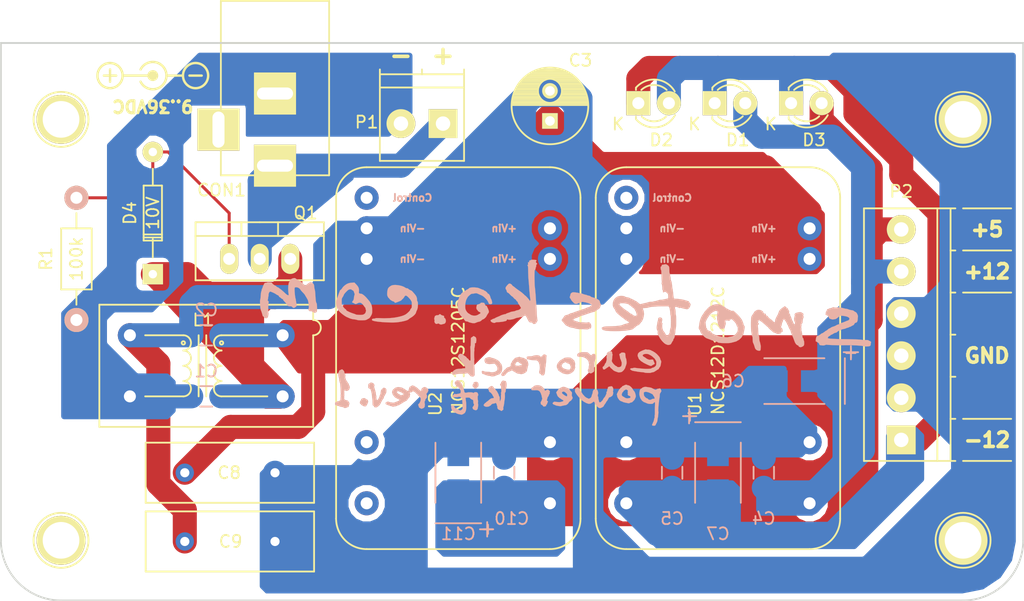
<source format=kicad_pcb>
(kicad_pcb (version 4) (host pcbnew 4.0.4-stable)
  (layers (0 F.Cu signal) (31 B.Cu signal) (34 B.Paste user) (35 F.Paste user) (36 B.SilkS user) (37 F.SilkS user) (38 B.Mask user) (39 F.Mask user) (44 Edge.Cuts user))
  (net 0 "")
  (net 1 "Net-(C1-Pad1)")
  (net 2 "Net-(C1-Pad2)")
  (net 3 +12VA)
  (net 4 GND)
  (net 5 -12VA)
  (net 6 +5VA)
  (net 7 "Net-(CON1-Pad3)")
  (net 8 "Net-(U1-Pad1)")
  (net 9 "Net-(U2-Pad1)")
  (net 10 "Net-(C2-Pad2)")
  (net 11 "Net-(CON1-Pad1)")
  (net 12 "Net-(D4-Pad2)")
  (net 13 "Net-(C2-Pad1)")
  (module smotesko:Murata_NCS12_DC-DC (layer F.Cu) (at 134.62 115.57 270)
    (fp_text reference U1 (at 4.445 1.905 450) (layer F.SilkS))
    (fp_text value NCS12D1212C (at 0 0 270) (layer F.SilkS))
    (fp_text user -Vin (at -10.16 3.81 360) (layer B.SilkS) (effects (font (size 0.6 0.6)) (justify mirror)))
    (fp_text user Control (at -12.7 3.81 360) (layer B.SilkS) (effects (font (size 0.6 0.6)) (justify mirror)))
    (fp_text user -Vin (at -7.62 3.81 360) (layer B.SilkS) (effects (font (size 0.6 0.6)) (justify mirror)))
    (fp_text user +Vin (at -7.62 -3.81 360) (layer B.SilkS) (effects (font (size 0.6 0.6)) (justify mirror)))
    (fp_text user +Vin (at -10.16 -3.81 360) (layer B.SilkS) (effects (font (size 0.6 0.6)) (justify mirror)))
    (pad 22 thru_hole circle (at -7.62 -7.62 270) (size 2 2) (drill 1) (layers *.Cu *.Mask) (net 13 "Net-(C2-Pad1)"))
    (pad 23 thru_hole circle (at -10.16 -7.62 270) (size 2 2) (drill 1) (layers *.Cu *.Mask) (net 13 "Net-(C2-Pad1)"))
    (pad 3 thru_hole circle (at -7.62 7.62 270) (size 2 2) (drill 1) (layers *.Cu *.Mask) (net 10 "Net-(C2-Pad2)"))
    (pad 2 thru_hole circle (at -10.16 7.62 270) (size 2 2) (drill 1) (layers *.Cu *.Mask) (net 10 "Net-(C2-Pad2)"))
    (pad 1 thru_hole circle (at -12.7 7.62 270) (size 2 2) (drill 1) (layers *.Cu *.Mask) (net 8 "Net-(U1-Pad1)"))
    (pad 16 thru_hole circle (at 7.62 -7.62 270) (size 2 2) (drill 1) (layers *.Cu *.Mask) (net 4 GND))
    (pad 14 thru_hole circle (at 12.7 -7.62 270) (size 2 2) (drill 1) (layers *.Cu *.Mask) (net 3 +12VA))
    (pad 9 thru_hole circle (at 7.62 7.62 270) (size 2 2) (drill 1) (layers *.Cu *.Mask) (net 4 GND))
    (pad 11 thru_hole circle (at 12.7 7.62 270) (size 2 2) (drill 1) (layers *.Cu *.Mask) (net 5 -12VA))
  )
  (module Connect:1pin (layer F.Cu) (at 155 131.35)
    (fp_text reference REF** hide)
    (fp_text value 1pin)
    (pad 1 thru_hole circle (at 0 0) (size 4.064 4.064) (drill 3.048) (layers *.Cu *.Mask F.SilkS) (net 4 GND))
  )
  (module Connect:1pin (layer F.Cu) (at 80 131.35)
    (fp_text reference REF** hide)
    (fp_text value 1pin)
    (pad 1 thru_hole circle (at 0 0) (size 4.064 4.064) (drill 3.048) (layers *.Cu *.Mask F.SilkS))
  )
  (module Connect:1pin (layer F.Cu) (at 155 96.35)
    (fp_text reference REF** hide)
    (fp_text value 1pin)
    (pad 1 thru_hole circle (at 0 0) (size 4.064 4.064) (drill 3.048) (layers *.Cu *.Mask F.SilkS) (net 4 GND))
  )
  (module Capacitors_ThroughHole:C_Radial_D6.3_L11.2_P2.5 (layer F.Cu) (at 120.65 96.48 90)
    (fp_text reference C3 (at 5.04 2.54 180) (layer F.SilkS))
    (fp_text value 47)
    (pad 2 thru_hole circle (at 2.5 0 90) (size 1.3 1.3) (drill 0.8) (layers *.Cu *.Mask F.SilkS) (net 10 "Net-(C2-Pad2)"))
    (pad 1 thru_hole rect (at 0 0 90) (size 1.3 1.3) (drill 0.8) (layers *.Cu *.Mask F.SilkS) (net 13 "Net-(C2-Pad1)"))
  )
  (module Capacitors_Tantalum_SMD:TantalC_SizeB_EIA-3528_HandSoldering (layer B.Cu) (at 140.97 118.11 180)
    (fp_text reference C6 (at 5.08 0 360) (layer B.SilkS) (effects (justify mirror)))
    (fp_text value 10)
    (fp_text user + (at -4.70154 2.4003 180) (layer B.SilkS) (effects (justify mirror)))
    (pad 2 smd rect (at 2.12598 0 180) (size 3.1496 1.80086) (layers B.Cu B.Paste B.Mask) (net 4 GND))
    (pad 1 smd rect (at -2.12598 0 180) (size 3.1496 1.80086) (layers B.Cu B.Paste B.Mask) (net 3 +12VA))
  )
  (module Capacitors_Tantalum_SMD:TantalC_SizeB_EIA-3528_HandSoldering (layer B.Cu) (at 134.62 125.73 270)
    (fp_text reference C7 (at 5.08 0 360) (layer B.SilkS) (effects (justify mirror)))
    (fp_text value 10)
    (fp_text user + (at -4.70154 2.4003 270) (layer B.SilkS) (effects (justify mirror)))
    (pad 2 smd rect (at 2.12598 0 270) (size 3.1496 1.80086) (layers B.Cu B.Paste B.Mask) (net 5 -12VA))
    (pad 1 smd rect (at -2.12598 0 270) (size 3.1496 1.80086) (layers B.Cu B.Paste B.Mask) (net 4 GND))
  )
  (module smotesko:CAP_TH_Radial_15x5_7.5mm (layer F.Cu) (at 90.29 125.73)
    (fp_text reference C8 (at 3.69 0 180) (layer F.SilkS))
    (fp_text value 0.01)
    (pad 1 thru_hole circle (at 0 0) (size 1.524 1.524) (drill 0.762) (layers *.Cu *.Mask) (net 13 "Net-(C2-Pad1)"))
    (pad 2 thru_hole circle (at 7.5 0) (size 1.524 1.524) (drill 0.762) (layers *.Cu *.Mask) (net 4 GND))
  )
  (module smotesko:CAP_TH_Radial_15x5_7.5mm (layer F.Cu) (at 90.29 131.445)
    (fp_text reference C9 (at 3.81 0 180) (layer F.SilkS))
    (fp_text value 0.01)
    (pad 1 thru_hole circle (at 0 0) (size 1.524 1.524) (drill 0.762) (layers *.Cu *.Mask) (net 10 "Net-(C2-Pad2)"))
    (pad 2 thru_hole circle (at 7.5 0) (size 1.524 1.524) (drill 0.762) (layers *.Cu *.Mask) (net 4 GND))
  )
  (module Capacitors_Tantalum_SMD:TantalC_SizeB_EIA-3528_HandSoldering (layer B.Cu) (at 113.03 125.73 90)
    (fp_text reference C11 (at -5.08 0 180) (layer B.SilkS) (effects (justify mirror)))
    (fp_text value 10)
    (fp_text user + (at -4.70154 2.4003 90) (layer B.SilkS) (effects (justify mirror)))
    (pad 2 smd rect (at 2.12598 0 90) (size 3.1496 1.80086) (layers B.Cu B.Paste B.Mask) (net 4 GND))
    (pad 1 smd rect (at -2.12598 0 90) (size 3.1496 1.80086) (layers B.Cu B.Paste B.Mask) (net 6 +5VA))
  )
  (module Connect:BARREL_JACK (layer F.Cu) (at 97.79 94 270)
    (fp_text reference CON1 (at 8.235 4.445 360) (layer F.SilkS))
    (fp_text value CON-SOCJ-2155)
    (pad 1 thru_hole rect (at 6.20014 0 270) (size 3.50012 3.50012) (drill oval 1.00076 2.99974) (layers *.Cu *.Mask F.SilkS) (net 11 "Net-(CON1-Pad1)"))
    (pad 2 thru_hole rect (at 0.20066 0 270) (size 3.50012 3.50012) (drill oval 1.00076 2.99974) (layers *.Cu *.Mask F.SilkS) (net 2 "Net-(C1-Pad2)"))
    (pad 3 thru_hole rect (at 3.2004 4.699 270) (size 3.50012 3.50012) (drill oval 2.99974 1.00076) (layers *.Cu *.Mask F.SilkS) (net 7 "Net-(CON1-Pad3)"))
  )
  (module LEDs:LED-3MM (layer F.Cu) (at 134.35 95)
    (fp_text reference D1 (at 1.91 3.06) (layer F.SilkS))
    (fp_text value HLMP-1641)
    (fp_text user K (at -1.69 1.74) (layer F.SilkS))
    (pad 1 thru_hole rect (at 0 0 90) (size 2 2) (drill 1.00076) (layers *.Cu *.Mask F.SilkS) (net 4 GND))
    (pad 2 thru_hole circle (at 2.54 0) (size 2 2) (drill 1.00076) (layers *.Cu *.Mask F.SilkS) (net 3 +12VA))
  )
  (module LEDs:LED-3MM (layer F.Cu) (at 128 95)
    (fp_text reference D2 (at 1.91 3.06) (layer F.SilkS))
    (fp_text value HLMP-1641)
    (fp_text user K (at -1.69 1.74) (layer F.SilkS))
    (pad 1 thru_hole rect (at 0 0 90) (size 2 2) (drill 1.00076) (layers *.Cu *.Mask F.SilkS) (net 5 -12VA))
    (pad 2 thru_hole circle (at 2.54 0) (size 2 2) (drill 1.00076) (layers *.Cu *.Mask F.SilkS) (net 4 GND))
  )
  (module LEDs:LED-3MM (layer F.Cu) (at 140.7 95)
    (fp_text reference D3 (at 1.91 3.06) (layer F.SilkS))
    (fp_text value HLMP-1600)
    (fp_text user K (at -1.69 1.74) (layer F.SilkS))
    (pad 1 thru_hole rect (at 0 0 90) (size 2 2) (drill 1.00076) (layers *.Cu *.Mask F.SilkS) (net 4 GND))
    (pad 2 thru_hole circle (at 2.54 0) (size 2 2) (drill 1.00076) (layers *.Cu *.Mask F.SilkS) (net 6 +5VA))
  )
  (module smotesko:Murata_NCS12_DC-DC (layer F.Cu) (at 113.03 115.57 270)
    (fp_text reference U2 (at 4.445 1.905 450) (layer F.SilkS))
    (fp_text value NCS12S1205C (at 0 0 270) (layer F.SilkS))
    (fp_text user -Vin (at -10.16 3.81 360) (layer B.SilkS) (effects (font (size 0.6 0.6)) (justify mirror)))
    (fp_text user Control (at -12.7 3.81 360) (layer B.SilkS) (effects (font (size 0.6 0.6)) (justify mirror)))
    (fp_text user -Vin (at -7.62 3.81 360) (layer B.SilkS) (effects (font (size 0.6 0.6)) (justify mirror)))
    (fp_text user +Vin (at -7.62 -3.81 360) (layer B.SilkS) (effects (font (size 0.6 0.6)) (justify mirror)))
    (fp_text user +Vin (at -10.16 -3.81 360) (layer B.SilkS) (effects (font (size 0.6 0.6)) (justify mirror)))
    (pad 22 thru_hole circle (at -7.62 -7.62 270) (size 2 2) (drill 1) (layers *.Cu *.Mask) (net 13 "Net-(C2-Pad1)"))
    (pad 23 thru_hole circle (at -10.16 -7.62 270) (size 2 2) (drill 1) (layers *.Cu *.Mask) (net 13 "Net-(C2-Pad1)"))
    (pad 3 thru_hole circle (at -7.62 7.62 270) (size 2 2) (drill 1) (layers *.Cu *.Mask) (net 10 "Net-(C2-Pad2)"))
    (pad 2 thru_hole circle (at -10.16 7.62 270) (size 2 2) (drill 1) (layers *.Cu *.Mask) (net 10 "Net-(C2-Pad2)"))
    (pad 1 thru_hole circle (at -12.7 7.62 270) (size 2 2) (drill 1) (layers *.Cu *.Mask) (net 9 "Net-(U2-Pad1)"))
    (pad 16 thru_hole circle (at 7.62 -7.62 270) (size 2 2) (drill 1) (layers *.Cu *.Mask) (net 4 GND))
    (pad 14 thru_hole circle (at 12.7 -7.62 270) (size 2 2) (drill 1) (layers *.Cu *.Mask) (net 6 +5VA))
    (pad 9 thru_hole circle (at 7.62 7.62 270) (size 2 2) (drill 1) (layers *.Cu *.Mask))
    (pad 11 thru_hole circle (at 12.7 7.62 270) (size 2 2) (drill 1) (layers *.Cu *.Mask))
  )
  (module Capacitors_SMD:C_0805_HandSoldering (layer B.Cu) (at 92.075 119.38 180)
    (fp_text reference C1 (at 0 2.1 180) (layer B.SilkS) (effects (justify mirror)))
    (fp_text value 1)
    (pad 1 smd rect (at -1.25 0 180) (size 1.5 1.25) (layers B.Cu B.Paste B.Mask) (net 1 "Net-(C1-Pad1)"))
    (pad 2 smd rect (at 1.25 0 180) (size 1.5 1.25) (layers B.Cu B.Paste B.Mask) (net 2 "Net-(C1-Pad2)"))
  )
  (module Capacitors_SMD:C_0805_HandSoldering (layer B.Cu) (at 92.075 114.3 180)
    (fp_text reference C2 (at 0 2.1 180) (layer B.SilkS) (effects (justify mirror)))
    (fp_text value 1)
    (pad 1 smd rect (at -1.25 0 180) (size 1.5 1.25) (layers B.Cu B.Paste B.Mask) (net 13 "Net-(C2-Pad1)"))
    (pad 2 smd rect (at 1.25 0 180) (size 1.5 1.25) (layers B.Cu B.Paste B.Mask) (net 10 "Net-(C2-Pad2)"))
  )
  (module Capacitors_SMD:C_0805_HandSoldering (layer B.Cu) (at 138.43 125.73 90)
    (fp_text reference C4 (at -3.81 0 180) (layer B.SilkS) (effects (justify mirror)))
    (fp_text value 1)
    (pad 1 smd rect (at -1.25 0 90) (size 1.5 1.25) (layers B.Cu B.Paste B.Mask) (net 3 +12VA))
    (pad 2 smd rect (at 1.25 0 90) (size 1.5 1.25) (layers B.Cu B.Paste B.Mask) (net 4 GND))
  )
  (module Capacitors_SMD:C_0805_HandSoldering (layer B.Cu) (at 130.81 125.73 90)
    (fp_text reference C5 (at -3.81 0 180) (layer B.SilkS) (effects (justify mirror)))
    (fp_text value 1)
    (pad 1 smd rect (at -1.25 0 90) (size 1.5 1.25) (layers B.Cu B.Paste B.Mask) (net 5 -12VA))
    (pad 2 smd rect (at 1.25 0 90) (size 1.5 1.25) (layers B.Cu B.Paste B.Mask) (net 4 GND))
  )
  (module Capacitors_SMD:C_0805_HandSoldering (layer B.Cu) (at 116.84 125.73 90)
    (fp_text reference C10 (at -3.81 0.635 180) (layer B.SilkS) (effects (justify mirror)))
    (fp_text value 1)
    (pad 1 smd rect (at -1.25 0 90) (size 1.5 1.25) (layers B.Cu B.Paste B.Mask) (net 6 +5VA))
    (pad 2 smd rect (at 1.25 0 90) (size 1.5 1.25) (layers B.Cu B.Paste B.Mask) (net 4 GND))
  )
  (module Terminal_Blocks:TerminalBlock_Pheonix_PT-3.5mm_2pol (layer F.Cu) (at 111.76 96.7 180)
    (fp_text reference P1 (at 6.35 0.115 180) (layer F.SilkS))
    (fp_text value 1984617)
    (pad 2 thru_hole circle (at 3.5 0 180) (size 2.4 2.4) (drill 1.2) (layers *.Cu *.Mask F.SilkS) (net 2 "Net-(C1-Pad2)"))
    (pad 1 thru_hole rect (at 0 0 180) (size 2.4 2.4) (drill 1.2) (layers *.Cu *.Mask F.SilkS) (net 11 "Net-(CON1-Pad1)"))
  )
  (module Terminal_Blocks:TerminalBlock_Pheonix_PT-3.5mm_6pol (layer F.Cu) (at 149.86 123 90)
    (fp_text reference P2 (at 20.66 0 180) (layer F.SilkS))
    (fp_text value 1984659)
    (pad 2 thru_hole circle (at 3.5 0 90) (size 2.4 2.4) (drill 1.2) (layers *.Cu *.Mask F.SilkS) (net 4 GND))
    (pad 1 thru_hole rect (at 0 0 90) (size 2.4 2.4) (drill 1.2) (layers *.Cu *.Mask F.SilkS) (net 5 -12VA))
    (pad 3 thru_hole circle (at 7 0 90) (size 2.4 2.4) (drill 1.2) (layers *.Cu *.Mask F.SilkS) (net 4 GND))
    (pad 4 thru_hole circle (at 10.5 0 90) (size 2.4 2.4) (drill 1.2) (layers *.Cu *.Mask F.SilkS) (net 4 GND))
    (pad 5 thru_hole circle (at 14 0 90) (size 2.4 2.4) (drill 1.2) (layers *.Cu *.Mask F.SilkS) (net 3 +12VA))
    (pad 6 thru_hole circle (at 17.5 0 90) (size 2.4 2.4) (drill 1.2) (layers *.Cu *.Mask F.SilkS) (net 6 +5VA))
  )
  (module Connect:1pin (layer F.Cu) (at 80 96.35)
    (fp_text reference REF** hide)
    (fp_text value 1pin)
    (pad 1 thru_hole circle (at 0 0) (size 4.064 4.064) (drill 3.048) (layers *.Cu *.Mask F.SilkS))
  )
  (module Diodes_ThroughHole:Diode_DO-35_SOD27_Horizontal_RM10 (layer F.Cu) (at 87.63254 109.22052 90)
    (fp_text reference D4 (at 5.08052 -1.90754 270) (layer F.SilkS))
    (fp_text value 1N5240BTR)
    (pad 2 thru_hole circle (at 10.16052 -0.00254 270) (size 1.69926 1.69926) (drill 0.70104) (layers *.Cu *.Mask F.SilkS) (net 12 "Net-(D4-Pad2)"))
    (pad 1 thru_hole rect (at 0.00052 -0.00254 270) (size 1.69926 1.69926) (drill 0.70104) (layers *.Cu *.Mask F.SilkS) (net 1 "Net-(C1-Pad1)"))
  )
  (module TO_SOT_Packages_THT:TO-220_Neutral123_Vertical (layer F.Cu) (at 96.52 107.95)
    (fp_text reference Q1 (at 3.81 -3.81) (layer F.SilkS))
    (fp_text value IRF4905PBF)
    (pad 2 thru_hole oval (at 0 0 90) (size 2.49936 1.50114) (drill 1.00076) (layers *.Cu *.Mask F.SilkS) (net 11 "Net-(CON1-Pad1)"))
    (pad 1 thru_hole oval (at -2.54 0 90) (size 2.49936 1.50114) (drill 1.00076) (layers *.Cu *.Mask F.SilkS) (net 12 "Net-(D4-Pad2)"))
    (pad 3 thru_hole oval (at 2.54 0 90) (size 2.49936 1.50114) (drill 1.00076) (layers *.Cu *.Mask F.SilkS) (net 1 "Net-(C1-Pad1)"))
  )
  (module Resistors_ThroughHole:Resistor_Horizontal_RM10mm (layer F.Cu) (at 81.28 102.87 270)
    (fp_text reference R1 (at 5.08 2.54 450) (layer F.SilkS))
    (fp_text value 100k (at 5.08 0 270) (layer F.SilkS))
    (pad 1 thru_hole circle (at 0 0 270) (size 1.99898 1.99898) (drill 1.00076) (layers *.Cu *.SilkS *.Mask) (net 12 "Net-(D4-Pad2)"))
    (pad 2 thru_hole circle (at 10.16 0 270) (size 1.99898 1.99898) (drill 1.00076) (layers *.Cu *.SilkS *.Mask) (net 2 "Net-(C1-Pad2)"))
  )
  (module smotesko:text_smotesko.com (layer B.Cu) (at 121.92 111.76 180)
    (fp_text reference G*** hide)
    (fp_text value LOGO hide)
  )
  (module smotesko:text-powerkit (layer B.Cu) (at 121.285 118.11 180)
    (fp_text reference G*** hide)
    (fp_text value LOGO hide)
  )
  (module smotesko:text_rev1 (layer B.Cu) (at 106.68 118.745 180)
    (fp_text reference G*** hide)
    (fp_text value LOGO hide)
  )
  (module smotesko:Murata_inductor_5100_series (layer F.Cu) (at 98.425 114.3 180)
    (fp_text reference L1 (at 6.604 1.27 360) (layer F.SilkS))
    (fp_text value 51105C)
    (pad 1 thru_hole circle (at 0 0 180) (size 2 2) (drill 1) (layers *.Cu *.Mask) (net 13 "Net-(C2-Pad1)"))
    (pad 2 thru_hole circle (at 12.7 0 180) (size 2 2) (drill 1) (layers *.Cu *.Mask) (net 10 "Net-(C2-Pad2)"))
    (pad 3 thru_hole circle (at 12.7 -5.08 180) (size 2 2) (drill 1) (layers *.Cu *.Mask) (net 2 "Net-(C1-Pad2)"))
    (pad 4 thru_hole circle (at 0 -5.08 180) (size 2 2) (drill 1) (layers *.Cu *.Mask) (net 1 "Net-(C1-Pad1)"))
  )
  (gr_text 10V (at 87.63 104.14 90) (layer F.SilkS) (effects (font (size 1 1))))
  (gr_text 9..36VDC (at 87.63 95.25 180) (layer F.SilkS) (effects (font (size 1 1) (thickness 0.25))))
  (gr_line (start 90.043 92.71) (end 88.773 92.71) (layer F.SilkS) (width 0.2))
  (gr_line (start 87.63 92.71) (end 85.217 92.71) (layer F.SilkS) (width 0.2))
  (gr_line (start 90.678 92.71) (end 91.694 92.71) (layer F.SilkS) (width 0.2))
  (gr_line (start 83.566 92.71) (end 84.582 92.71) (layer F.SilkS) (width 0.2))
  (gr_line (start 84.074 92.202) (end 84.074 93.218) (layer F.SilkS) (width 0.2))
  (gr_circle (center 84.074 92.71) (end 84.328 93.726) (layer F.SilkS) (width 0.2))
  (gr_circle (center 91.186 92.71) (end 90.932 93.726) (layer F.SilkS) (width 0.2))
  (gr_arc (start 87.63 92.71) (end 86.614 92.202) (angle 306.8698976) (layer F.SilkS) (width 0.2))
  (gr_circle (center 87.63 92.71) (end 87.63 92.964) (layer F.SilkS) (width 0.4))
  (gr_text - (at 108.26 91) (layer F.SilkS) (effects (font (size 1.5 1.5) (thickness 0.3))))
  (gr_text + (at 111.76 91) (layer F.SilkS) (effects (font (size 1.5 1.5) (thickness 0.3))))
  (gr_text +5 (at 157 105.5) (layer F.SilkS) (effects (font (size 1.2 1.2) (thickness 0.3))))
  (gr_text +12 (at 157 109) (layer F.SilkS) (effects (font (size 1.2 1.2) (thickness 0.3))))
  (gr_text GND (at 157 116) (layer F.SilkS) (effects (font (size 1.2 1.2) (thickness 0.3))))
  (gr_text -12 (at 157 123) (layer F.SilkS) (effects (font (size 1.2 1.2) (thickness 0.3))))
  (gr_line (start 155 103.75) (end 159 103.75) (layer F.SilkS) (width 0.15))
  (gr_line (start 155 107.25) (end 159 107.25) (layer F.SilkS) (width 0.15))
  (gr_line (start 155 110.75) (end 159 110.75) (layer F.SilkS) (width 0.15))
  (gr_line (start 155 121.25) (end 159 121.25) (layer F.SilkS) (width 0.15))
  (gr_line (start 155 124.75) (end 159 124.75) (layer F.SilkS) (width 0.15))
  (gr_arc (start 155 131.35) (end 160 131.35) (angle 90) (layer Edge.Cuts) (width 0.15))
  (gr_arc (start 80 131.35) (end 80 136.35) (angle 90) (layer Edge.Cuts) (width 0.15))
  (gr_line (start 80 136.35) (end 155 136.35) (layer Edge.Cuts) (width 0.15))
  (gr_line (start 160 90) (end 160 131.35) (layer Edge.Cuts) (width 0.15))
  (gr_line (start 75 90) (end 75 131.35) (layer Edge.Cuts) (width 0.15))
  (gr_line (start 75 90) (end 160 90) (layer Edge.Cuts) (width 0.15))
  (segment (start 97.79 111.125) (end 95.885 111.125) (width 2) (layer F.Cu) (net 1))
  (segment (start 95.885 111.125) (end 92.38463 111.125) (width 2) (layer F.Cu) (net 1))
  (segment (start 95.885 116.84) (end 95.885 111.125) (width 2) (layer F.Cu) (net 1))
  (segment (start 99.06 107.95) (end 99.06 109.855) (width 2) (layer F.Cu) (net 1))
  (segment (start 99.06 109.855) (end 97.79 111.125) (width 2) (layer F.Cu) (net 1))
  (segment (start 92.38463 111.125) (end 90.47963 109.22) (width 2) (layer F.Cu) (net 1))
  (segment (start 90.47963 109.22) (end 87.63 109.22) (width 2) (layer F.Cu) (net 1))
  (segment (start 93.325 119.38) (end 98.425 119.38) (width 2) (layer B.Cu) (net 1))
  (segment (start 98.425 119.38) (end 95.885 116.84) (width 2) (layer F.Cu) (net 1))
  (segment (start 85.09 98.566545) (end 85.09 109.22) (width 2) (layer B.Cu) (net 2))
  (segment (start 85.09 109.22) (end 81.28 113.03) (width 2) (layer B.Cu) (net 2))
  (segment (start 97.79 94.20066) (end 89.455885 94.20066) (width 2) (layer B.Cu) (net 2))
  (segment (start 89.455885 94.20066) (end 85.09 98.566545) (width 2) (layer B.Cu) (net 2))
  (segment (start 85.725 119.38) (end 90.825 119.38) (width 2) (layer B.Cu) (net 2))
  (segment (start 81.28 113.03) (end 81.28 114.935) (width 2) (layer B.Cu) (net 2))
  (segment (start 81.28 114.935) (end 85.725 119.38) (width 2) (layer B.Cu) (net 2))
  (segment (start 97.79 94.20066) (end 105.76066 94.20066) (width 2) (layer B.Cu) (net 2))
  (segment (start 105.76066 94.20066) (end 108.26 96.7) (width 2) (layer B.Cu) (net 2))
  (segment (start 136.89 95) (end 136.89 96.414213) (width 2) (layer B.Cu) (net 3))
  (segment (start 146.685 100.33) (end 146.685 109.855) (width 2) (layer B.Cu) (net 3))
  (segment (start 136.89 96.414213) (end 138.265787 97.79) (width 2) (layer B.Cu) (net 3))
  (segment (start 138.265787 97.79) (end 144.145 97.79) (width 2) (layer B.Cu) (net 3))
  (segment (start 144.145 97.79) (end 146.685 100.33) (width 2) (layer B.Cu) (net 3))
  (segment (start 146.685 109.855) (end 147.54 109) (width 2) (layer B.Cu) (net 3))
  (segment (start 147.54 109) (end 149.86 109) (width 2) (layer B.Cu) (net 3))
  (segment (start 146.685 112.175) (end 146.685 109.855) (width 2) (layer B.Cu) (net 3))
  (segment (start 146.67078 118.73078) (end 146.67078 112.18922) (width 2) (layer B.Cu) (net 3))
  (segment (start 146.67078 112.18922) (end 146.685 112.175) (width 2) (layer B.Cu) (net 3))
  (segment (start 142.24 128.27) (end 146.67078 123.83922) (width 2) (layer B.Cu) (net 3))
  (segment (start 146.67078 123.83922) (end 146.67078 118.73078) (width 2) (layer B.Cu) (net 3))
  (segment (start 146.67078 118.73078) (end 146.05 118.11) (width 2) (layer B.Cu) (net 3))
  (segment (start 146.05 118.11) (end 143.09598 118.11) (width 2) (layer B.Cu) (net 3))
  (segment (start 142.24 128.27) (end 139.72 128.27) (width 2) (layer B.Cu) (net 3))
  (segment (start 139.72 128.27) (end 138.43 126.98) (width 2) (layer B.Cu) (net 3))
  (segment (start 145.415 92.075) (end 140.97 92.075) (width 2) (layer B.Cu) (net 4))
  (segment (start 140.97 92.075) (end 134.62 92.075) (width 2) (layer B.Cu) (net 4))
  (segment (start 140.7 95) (end 140.7 92.345) (width 2) (layer B.Cu) (net 4))
  (segment (start 140.7 92.345) (end 140.97 92.075) (width 2) (layer B.Cu) (net 4))
  (segment (start 134.62 92.075) (end 131.445 92.075) (width 2) (layer B.Cu) (net 4))
  (segment (start 134.35 95) (end 134.35 92.345) (width 2) (layer B.Cu) (net 4))
  (segment (start 134.35 92.345) (end 134.62 92.075) (width 2) (layer B.Cu) (net 4))
  (segment (start 155 96.35) (end 151.449999 92.799999) (width 2) (layer B.Cu) (net 4))
  (segment (start 151.449999 92.799999) (end 146.139999 92.799999) (width 2) (layer B.Cu) (net 4))
  (segment (start 131.445 92.075) (end 130.54 92.98) (width 2) (layer B.Cu) (net 4))
  (segment (start 146.139999 92.799999) (end 145.415 92.075) (width 2) (layer B.Cu) (net 4))
  (segment (start 130.54 92.98) (end 130.54 95) (width 2) (layer B.Cu) (net 4))
  (segment (start 128.905 134.62) (end 108.966002 134.62) (width 2) (layer B.Cu) (net 4))
  (segment (start 108.966002 134.62) (end 106.553001 132.206999) (width 2) (layer B.Cu) (net 4))
  (segment (start 155 96.35) (end 155 119.38) (width 2) (layer B.Cu) (net 4))
  (segment (start 155 119.38) (end 155 131.35) (width 2) (layer B.Cu) (net 4))
  (segment (start 149.86 119.5) (end 154.88 119.5) (width 2) (layer B.Cu) (net 4))
  (segment (start 154.88 119.5) (end 155 119.38) (width 2) (layer B.Cu) (net 4))
  (segment (start 128.905 134.62) (end 151.73 134.62) (width 2) (layer B.Cu) (net 4))
  (segment (start 151.73 134.62) (end 155 131.35) (width 2) (layer B.Cu) (net 4))
  (segment (start 123.825 129.54) (end 128.905 134.62) (width 2) (layer B.Cu) (net 4))
  (segment (start 123.825 123.19) (end 120.65 123.19) (width 2) (layer B.Cu) (net 4))
  (segment (start 123.825 123.19) (end 123.825 129.54) (width 2) (layer B.Cu) (net 4))
  (segment (start 127 123.19) (end 123.825 123.19) (width 2) (layer B.Cu) (net 4))
  (segment (start 109.22 121.92) (end 111.125 120.015) (width 2) (layer B.Cu) (net 4))
  (segment (start 111.125 120.015) (end 113.03 120.015) (width 2) (layer B.Cu) (net 4))
  (segment (start 109.22 129.54) (end 109.22 121.92) (width 2) (layer B.Cu) (net 4))
  (segment (start 106.553001 132.206999) (end 109.22 129.54) (width 2) (layer B.Cu) (net 4))
  (segment (start 97.79 131.445) (end 98.551999 132.206999) (width 2) (layer B.Cu) (net 4))
  (segment (start 98.551999 132.206999) (end 106.553001 132.206999) (width 2) (layer B.Cu) (net 4))
  (segment (start 97.79 125.73) (end 97.79 131.445) (width 2) (layer B.Cu) (net 4))
  (segment (start 116.84 124.48) (end 116.84 120.65) (width 2) (layer B.Cu) (net 4))
  (segment (start 116.84 120.65) (end 117.475 120.015) (width 2) (layer B.Cu) (net 4))
  (segment (start 113.03 120.015) (end 113.03 123.60402) (width 2) (layer B.Cu) (net 4))
  (segment (start 117.475 120.015) (end 113.03 120.015) (width 2) (layer B.Cu) (net 4))
  (segment (start 120.65 123.19) (end 117.475 120.015) (width 2) (layer B.Cu) (net 4))
  (segment (start 149.86 116) (end 149.86 119.5) (width 2) (layer B.Cu) (net 4))
  (segment (start 149.86 112.5) (end 149.86 116) (width 2) (layer B.Cu) (net 4))
  (segment (start 131.445 122.555) (end 133.15696 120.84304) (width 2) (layer B.Cu) (net 4))
  (segment (start 133.15696 120.84304) (end 135.06196 120.84304) (width 2) (layer B.Cu) (net 4))
  (segment (start 130.81 122.555) (end 131.445 122.555) (width 2) (layer B.Cu) (net 4))
  (segment (start 130.81 124.48) (end 130.81 122.555) (width 2) (layer B.Cu) (net 4))
  (segment (start 130.81 122.555) (end 127.635 122.555) (width 2) (layer B.Cu) (net 4))
  (segment (start 127.635 122.555) (end 127 123.19) (width 2) (layer B.Cu) (net 4))
  (segment (start 134.62 121.285) (end 135.06196 120.84304) (width 2) (layer B.Cu) (net 4))
  (segment (start 135.06196 120.84304) (end 138.43 120.84304) (width 2) (layer B.Cu) (net 4))
  (segment (start 134.62 123.60402) (end 134.62 121.285) (width 2) (layer B.Cu) (net 4))
  (segment (start 138.43 124.48) (end 138.43 120.84304) (width 2) (layer B.Cu) (net 4))
  (segment (start 138.43 120.84304) (end 138.84402 120.42902) (width 2) (layer B.Cu) (net 4))
  (segment (start 138.84402 120.42902) (end 139.47902 120.42902) (width 2) (layer B.Cu) (net 4))
  (segment (start 139.47902 120.42902) (end 142.24 123.19) (width 2) (layer B.Cu) (net 4))
  (segment (start 138.84402 118.11) (end 138.84402 120.42902) (width 2) (layer B.Cu) (net 4))
  (segment (start 138.43 124.355) (end 138.43 124.48) (width 0.25) (layer B.Cu) (net 4))
  (segment (start 130.81 124.48) (end 130.81 124.355) (width 0.25) (layer B.Cu) (net 4))
  (segment (start 134.62 130.81) (end 130.81 130.81) (width 2) (layer B.Cu) (net 5))
  (segment (start 130.81 130.81) (end 129.54 130.81) (width 2) (layer B.Cu) (net 5))
  (segment (start 130.81 126.98) (end 130.81 130.81) (width 2) (layer B.Cu) (net 5))
  (segment (start 144.145 130.81) (end 134.62 130.81) (width 2) (layer B.Cu) (net 5))
  (segment (start 134.62 127.85598) (end 134.62 130.81) (width 2) (layer B.Cu) (net 5))
  (segment (start 149.86 123) (end 149.86 125.095) (width 2) (layer B.Cu) (net 5))
  (segment (start 149.86 125.095) (end 144.145 130.81) (width 2) (layer B.Cu) (net 5))
  (segment (start 129.54 130.81) (end 127 128.27) (width 2) (layer B.Cu) (net 5))
  (segment (start 128 95) (end 128 92.98) (width 2) (layer F.Cu) (net 5))
  (segment (start 128 92.98) (end 128.905 92.075) (width 2) (layer F.Cu) (net 5))
  (segment (start 128.905 92.075) (end 144.145 92.075) (width 2) (layer F.Cu) (net 5))
  (segment (start 151.32 123) (end 149.86 123) (width 2) (layer F.Cu) (net 5))
  (segment (start 144.145 92.075) (end 146.05 93.98) (width 2) (layer F.Cu) (net 5))
  (segment (start 146.05 93.98) (end 146.05 95.885) (width 2) (layer F.Cu) (net 5))
  (segment (start 146.05 95.885) (end 149.86 99.695) (width 2) (layer F.Cu) (net 5))
  (segment (start 149.86 99.695) (end 149.86 100.965) (width 2) (layer F.Cu) (net 5))
  (segment (start 153.035 104.14) (end 153.035 121.285) (width 2) (layer F.Cu) (net 5))
  (segment (start 153.035 121.285) (end 151.32 123) (width 2) (layer F.Cu) (net 5))
  (segment (start 149.86 100.965) (end 153.035 104.14) (width 2) (layer F.Cu) (net 5))
  (segment (start 143.24 95) (end 143.24 96.414213) (width 2) (layer F.Cu) (net 6))
  (segment (start 143.24 96.414213) (end 147.32 100.494213) (width 2) (layer F.Cu) (net 6))
  (segment (start 147.32 100.494213) (end 147.32 106.342944) (width 2) (layer F.Cu) (net 6))
  (segment (start 149.86 105.5) (end 148.162944 105.5) (width 2) (layer F.Cu) (net 6))
  (segment (start 148.162944 105.5) (end 147.32 106.342944) (width 2) (layer F.Cu) (net 6))
  (segment (start 147.32 106.342944) (end 147.32 113.03) (width 2) (layer F.Cu) (net 6))
  (segment (start 147.32 113.03) (end 144.78 115.57) (width 2) (layer F.Cu) (net 6))
  (segment (start 124.46 124.46) (end 120.65 128.27) (width 2) (layer F.Cu) (net 6))
  (segment (start 144.78 115.57) (end 130.81 115.57) (width 2) (layer F.Cu) (net 6))
  (segment (start 130.81 115.57) (end 124.46 121.92) (width 2) (layer F.Cu) (net 6))
  (segment (start 124.46 121.92) (end 124.46 124.46) (width 2) (layer F.Cu) (net 6))
  (segment (start 116.84 126.98) (end 116.84 130.81) (width 2) (layer B.Cu) (net 6))
  (segment (start 116.84 130.81) (end 117.475 131.445) (width 2) (layer B.Cu) (net 6))
  (segment (start 120.65 128.27) (end 117.475 131.445) (width 2) (layer B.Cu) (net 6))
  (segment (start 117.475 131.445) (end 113.04422 131.445) (width 2) (layer B.Cu) (net 6))
  (segment (start 113.04422 131.445) (end 113.03 131.43078) (width 2) (layer B.Cu) (net 6))
  (segment (start 113.03 131.43078) (end 113.03 127.85598) (width 2) (layer B.Cu) (net 6))
  (segment (start 120.65 93.98) (end 122.555 93.98) (width 2) (layer B.Cu) (net 10))
  (segment (start 123.825 105.41) (end 125.585787 105.41) (width 2) (layer B.Cu) (net 10))
  (segment (start 122.555 93.98) (end 123.19 94.615) (width 2) (layer B.Cu) (net 10))
  (segment (start 123.19 94.615) (end 123.19 104.775) (width 2) (layer B.Cu) (net 10))
  (segment (start 123.19 104.775) (end 123.825 105.41) (width 2) (layer B.Cu) (net 10))
  (segment (start 125.585787 105.41) (end 127 105.41) (width 2) (layer B.Cu) (net 10))
  (segment (start 90.29 131.445) (end 90.29 128.841282) (width 2) (layer F.Cu) (net 10))
  (segment (start 90.29 128.841282) (end 88.089992 126.641274) (width 2) (layer F.Cu) (net 10))
  (segment (start 88.089992 126.641274) (end 88.089992 116.664992) (width 2) (layer F.Cu) (net 10))
  (segment (start 88.089992 116.664992) (end 85.725 114.3) (width 2) (layer F.Cu) (net 10))
  (segment (start 127 105.41) (end 127 107.95) (width 2) (layer B.Cu) (net 10))
  (segment (start 105.41 105.41) (end 107.610002 105.41) (width 2) (layer B.Cu) (net 10))
  (segment (start 107.610002 105.41) (end 119.040002 93.98) (width 2) (layer B.Cu) (net 10))
  (segment (start 119.040002 93.98) (end 119.730762 93.98) (width 2) (layer B.Cu) (net 10))
  (segment (start 119.730762 93.98) (end 120.65 93.98) (width 2) (layer B.Cu) (net 10))
  (segment (start 105.41 107.95) (end 105.41 105.41) (width 2) (layer B.Cu) (net 10))
  (segment (start 91.375 111.125) (end 102.235 111.125) (width 2) (layer B.Cu) (net 10))
  (segment (start 102.235 111.125) (end 105.41 107.95) (width 2) (layer B.Cu) (net 10))
  (segment (start 90.825 114.3) (end 90.825 111.675) (width 2) (layer B.Cu) (net 10))
  (segment (start 90.825 111.675) (end 91.375 111.125) (width 2) (layer B.Cu) (net 10))
  (segment (start 90.825 114.3) (end 85.725 114.3) (width 2) (layer B.Cu) (net 10))
  (segment (start 97.79 100.20014) (end 96.52 101.47014) (width 2) (layer B.Cu) (net 11))
  (segment (start 96.52 101.47014) (end 96.52 107.95) (width 2) (layer B.Cu) (net 11))
  (segment (start 111.76 96.7) (end 108.25986 100.20014) (width 2) (layer B.Cu) (net 11))
  (segment (start 108.25986 100.20014) (end 97.79 100.20014) (width 2) (layer B.Cu) (net 11))
  (segment (start 93.98 107.95) (end 93.98 104.14) (width 0.25) (layer F.Cu) (net 12))
  (segment (start 93.98 104.14) (end 88.9 99.06) (width 0.25) (layer F.Cu) (net 12))
  (segment (start 88.9 99.06) (end 87.63 99.06) (width 0.25) (layer F.Cu) (net 12))
  (segment (start 81.28 102.87) (end 85.725 102.87) (width 0.25) (layer F.Cu) (net 12))
  (segment (start 85.725 102.87) (end 87.63 100.965) (width 0.25) (layer F.Cu) (net 12))
  (segment (start 87.63 100.965) (end 87.63 99.06) (width 0.25) (layer F.Cu) (net 12))
  (segment (start 100.965 114.3) (end 100.965 120.65) (width 2) (layer F.Cu) (net 13))
  (segment (start 100.965 120.65) (end 99.695 121.92) (width 2) (layer F.Cu) (net 13))
  (segment (start 92.252001 123.767999) (end 90.29 125.73) (width 2) (layer F.Cu) (net 13))
  (segment (start 99.695 121.92) (end 94.1 121.92) (width 2) (layer F.Cu) (net 13))
  (segment (start 94.1 121.92) (end 92.252001 123.767999) (width 2) (layer F.Cu) (net 13))
  (segment (start 120.65 105.41) (end 120.65 100.33) (width 2) (layer F.Cu) (net 13))
  (segment (start 120.65 100.33) (end 120.65 96.48) (width 2) (layer F.Cu) (net 13))
  (segment (start 142.24 105.41) (end 142.24 103.995787) (width 2) (layer F.Cu) (net 13))
  (segment (start 142.24 103.995787) (end 138.574213 100.33) (width 2) (layer F.Cu) (net 13))
  (segment (start 138.574213 100.33) (end 120.65 100.33) (width 2) (layer F.Cu) (net 13))
  (segment (start 98.425 114.3) (end 100.965 114.3) (width 2) (layer F.Cu) (net 13))
  (segment (start 100.965 114.3) (end 114.3 114.3) (width 2) (layer F.Cu) (net 13))
  (segment (start 142.24 105.41) (end 142.24 107.95) (width 2) (layer F.Cu) (net 13))
  (segment (start 120.65 107.95) (end 120.65 105.41) (width 2) (layer F.Cu) (net 13))
  (segment (start 114.3 114.3) (end 120.65 107.95) (width 2) (layer F.Cu) (net 13))
  (segment (start 93.325 114.3) (end 98.425 114.3) (width 2) (layer B.Cu) (net 13))
  (segment (start 142.24 108.585) (end 142.24 107.95) (width 0.25) (layer B.Cu) (net 13))
  (zone (net 2) (net_name "Net-(C1-Pad2)") (layer B.Cu) (connect_pads yes (clearance 0.508)) (min_thickness 0.254) (fill yes (arc_segments 16) (thermal_gap 0.508) (thermal_bridge_width 0.508) (smoothing fillet) (radius 0.25))
    (polygon (pts (xy 109.22 95.885) (xy 107.315 97.79) (xy 90.805 97.79) (xy 90.17 98.425) (xy 90.17 109.855) (xy 87.63 112.395) (xy 84.455 112.395) (xy 83.82 113.03) (xy 83.82 114.935) (xy 86.36 117.475) (xy 88.9 117.475) (xy 89.535 118.11) (xy 89.535 120.65) (xy 88.9 121.285) (xy 80.01 121.285) (xy 80.01 112.395) (xy 83.82 108.585) (xy 83.82 98.425) (xy 91.44 90.805) (xy 109.22 90.805)))
  )
  (zone (net 11) (net_name "Net-(CON1-Pad1)") (layer B.Cu) (connect_pads yes (clearance 0.508)) (min_thickness 0.254) (fill yes (arc_segments 16) (thermal_gap 0.508) (thermal_bridge_width 0.508) (smoothing fillet) (radius 0.25))
    (polygon (pts (xy 104.775 100.965) (xy 97.155 107.315) (xy 95.885 107.315) (xy 95.885 100.965)))
  )
  (zone (net 1) (net_name "Net-(C1-Pad1)") (layer F.Cu) (connect_pads yes (clearance 0.508)) (min_thickness 0.254) (fill yes (arc_segments 16) (thermal_gap 0.508) (thermal_bridge_width 0.508))
    (polygon (pts (xy 87.63 109.855) (xy 99.695 109.855) (xy 96.52 113.03) (xy 96.52 116.205) (xy 98.425 118.11) (xy 98.425 120.65) (xy 97.155 120.65) (xy 86.995 109.855)))
  )
  (zone (net 13) (net_name "Net-(C2-Pad1)") (layer F.Cu) (connect_pads yes (clearance 0.508)) (min_thickness 0.254) (fill yes (arc_segments 16) (thermal_gap 0.508) (thermal_bridge_width 0.508) (smoothing fillet) (radius 0.25))
    (polygon (pts (xy 120.015 95.25) (xy 121.285 95.25) (xy 125.095 99.06) (xy 138.43 99.06) (xy 143.51 104.14) (xy 143.51 108.585) (xy 142.875 109.22) (xy 141.605 109.22) (xy 121.92 109.22) (xy 113.665 117.475) (xy 99.695 117.475) (xy 97.79 114.935) (xy 97.79 113.665) (xy 98.425 113.03) (xy 102.235 113.03)))
  )
  (zone (net 10) (net_name "Net-(C2-Pad2)") (layer B.Cu) (connect_pads yes (clearance 0.508)) (min_thickness 0.254) (fill yes (arc_segments 16) (thermal_gap 0.508) (thermal_bridge_width 0.508) (smoothing fillet) (radius 0.25))
    (polygon (pts (xy 123.825 93.98) (xy 123.825 99.06) (xy 125.73 100.965) (xy 128.27 100.965) (xy 128.905 101.6) (xy 128.905 107.95) (xy 125.095 111.76) (xy 100.33 111.76) (xy 100.33 110.49) (xy 100.965 109.855) (xy 100.965 106.68) (xy 102.87 104.775) (xy 107.315 104.775) (xy 118.745 93.345) (xy 123.19 93.345)))
  )
  (zone (net 6) (net_name +5VA) (layer B.Cu) (connect_pads yes (clearance 0.508)) (min_thickness 0.254) (fill yes (arc_segments 16) (thermal_gap 0.508) (thermal_bridge_width 0.508) (smoothing fillet) (radius 0.25))
    (polygon (pts (xy 111.76 126.365) (xy 121.285 126.365) (xy 121.92 127) (xy 121.92 132.08) (xy 121.285 132.715) (xy 111.76 132.715) (xy 111.125 132.08) (xy 111.125 127)))
  )
  (zone (net 5) (net_name -12VA) (layer B.Cu) (connect_pads yes (clearance 0.508)) (min_thickness 0.254) (fill yes (arc_segments 16) (thermal_gap 0.508) (thermal_bridge_width 0.508) (smoothing fillet) (radius 0.25))
    (polygon (pts (xy 126.365 128.905) (xy 126.365 127) (xy 127 126.365) (xy 135.89 126.365) (xy 136.525 127) (xy 136.525 130.175) (xy 137.16 130.81) (xy 143.51 130.81) (xy 148.59 125.73) (xy 148.59 122.555) (xy 149.225 121.92) (xy 151.13 121.92) (xy 151.765 122.555) (xy 151.765 126.365) (xy 146.05 132.08) (xy 129.54 132.08)))
  )
  (zone (net 3) (net_name +12VA) (layer B.Cu) (connect_pads yes (clearance 0.508)) (min_thickness 0.254) (fill yes (arc_segments 16) (thermal_gap 0.508) (thermal_bridge_width 0.508) (smoothing fillet) (radius 0.25))
    (polygon (pts (xy 137.795 126.365) (xy 142.24 126.365) (xy 144.145 124.46) (xy 144.145 120.65) (xy 142.875 119.38) (xy 142.875 113.665) (xy 146.05 110.49) (xy 147.32 110.49) (xy 147.32 124.46) (xy 142.24 129.54) (xy 138.43 129.54) (xy 137.795 128.905)))
  )
  (zone (net 4) (net_name GND) (layer B.Cu) (connect_pads yes (clearance 0.508)) (min_thickness 0.254) (fill yes (arc_segments 16) (thermal_gap 0.508) (thermal_bridge_width 0.508) (smoothing fillet) (radius 0.25))
    (polygon (pts (xy 159.385 135.89) (xy 97.155 135.89) (xy 96.52 135.255) (xy 96.52 125.73) (xy 97.155 125.095) (xy 104.14 125.095) (xy 110.49 118.745) (xy 135.255 118.745) (xy 137.16 116.84) (xy 140.335 116.84) (xy 140.335 119.38) (xy 142.875 121.92) (xy 142.875 123.19) (xy 141.605 124.46) (xy 125.095 124.46) (xy 125.095 128.905) (xy 128.905 132.715) (xy 146.685 132.715) (xy 154.94 124.46) (xy 151.13 120.65) (xy 149.225 120.65) (xy 148.59 120.015) (xy 148.59 111.76) (xy 149.225 111.125) (xy 151.765 111.125) (xy 153.035 109.855) (xy 153.035 101.6) (xy 143.51 92.075) (xy 143.51 91.44) (xy 144.145 90.805) (xy 159.385 90.805)))
    (polygon (pts (xy 111.76 124.46) (xy 110.49 125.73) (xy 110.49 133.985) (xy 122.555 133.985) (xy 122.555 124.46)))
  )
  (zone (net 6) (net_name +5VA) (layer F.Cu) (connect_pads yes (clearance 0.508)) (min_thickness 0.254) (fill yes (arc_segments 16) (thermal_gap 0.508) (thermal_bridge_width 0.508) (smoothing fillet) (radius 0.25))
    (polygon (pts (xy 118.745 128.27) (xy 118.745 122.555) (xy 127 114.3) (xy 144.145 114.3) (xy 146.685 111.76) (xy 146.685 107.95) (xy 147.955 107.95) (xy 147.955 128.27) (xy 146.05 130.175) (xy 119.38 130.175) (xy 118.745 129.54)))
  )
)
</source>
